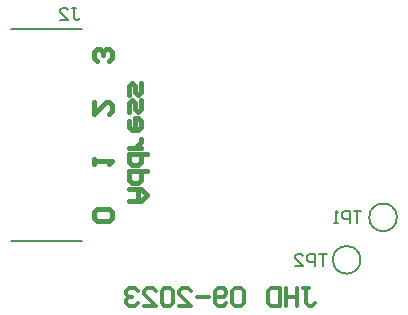
<source format=gbo>
G04*
G04 #@! TF.GenerationSoftware,Altium Limited,Altium Designer,23.8.1 (32)*
G04*
G04 Layer_Color=32896*
%FSLAX44Y44*%
%MOMM*%
G71*
G04*
G04 #@! TF.SameCoordinates,1253C11B-B4F6-43D5-8584-102BFB41548A*
G04*
G04*
G04 #@! TF.FilePolarity,Positive*
G04*
G01*
G75*
%ADD12C,0.2000*%
%ADD15C,0.3000*%
%ADD133C,0.4000*%
D12*
X201359Y183100D02*
G03*
X201359Y183100I-11709J0D01*
G01*
X232200Y219093D02*
G03*
X232200Y219093I-11709J0D01*
G01*
X-94614Y378896D02*
X-34614D01*
X-94614Y198896D02*
X-34614D01*
X-43141Y396111D02*
X-39808D01*
X-41474D01*
Y387781D01*
X-39808Y386115D01*
X-38142D01*
X-36476Y387781D01*
X-53137Y386115D02*
X-46473D01*
X-53137Y392779D01*
Y394445D01*
X-51471Y396111D01*
X-48139D01*
X-46473Y394445D01*
X172979Y188098D02*
X166315D01*
X169647D01*
Y178102D01*
X162982D02*
Y188098D01*
X157984D01*
X156318Y186432D01*
Y183100D01*
X157984Y181434D01*
X162982D01*
X146321Y178102D02*
X152985D01*
X146321Y184766D01*
Y186432D01*
X147987Y188098D01*
X151319D01*
X152985Y186432D01*
X202154Y224092D02*
X195490D01*
X198822D01*
Y214095D01*
X192157D02*
Y224092D01*
X187159D01*
X185493Y222425D01*
Y219093D01*
X187159Y217427D01*
X192157D01*
X182160Y214095D02*
X178828D01*
X180494D01*
Y224092D01*
X182160Y222425D01*
D15*
X152890Y159273D02*
X157888D01*
X155389D01*
Y146777D01*
X157888Y144278D01*
X160387D01*
X162887Y146777D01*
X147891Y159273D02*
Y144278D01*
Y151776D01*
X137895D01*
Y159273D01*
Y144278D01*
X132896Y159273D02*
Y144278D01*
X125399D01*
X122899Y146777D01*
Y156774D01*
X125399Y159273D01*
X132896D01*
X102906Y156774D02*
X100407Y159273D01*
X95408D01*
X92909Y156774D01*
Y146777D01*
X95408Y144278D01*
X100407D01*
X102906Y146777D01*
Y156774D01*
X87911Y146777D02*
X85412Y144278D01*
X80413D01*
X77914Y146777D01*
Y156774D01*
X80413Y159273D01*
X85412D01*
X87911Y156774D01*
Y154275D01*
X85412Y151776D01*
X77914D01*
X72916D02*
X62919D01*
X47924Y144278D02*
X57920D01*
X47924Y154275D01*
Y156774D01*
X50423Y159273D01*
X55421D01*
X57920Y156774D01*
X42925D02*
X40426Y159273D01*
X35428D01*
X32929Y156774D01*
Y146777D01*
X35428Y144278D01*
X40426D01*
X42925Y146777D01*
Y156774D01*
X17933Y144278D02*
X27930D01*
X17933Y154275D01*
Y156774D01*
X20433Y159273D01*
X25431D01*
X27930Y156774D01*
X12935D02*
X10436Y159273D01*
X5437D01*
X2938Y156774D01*
Y154275D01*
X5437Y151776D01*
X7937D01*
X5437D01*
X2938Y149276D01*
Y146777D01*
X5437Y144278D01*
X10436D01*
X12935Y146777D01*
D133*
X-11618Y351398D02*
X-9118Y353897D01*
Y358895D01*
X-11618Y361395D01*
X-14117D01*
X-16616Y358895D01*
Y356396D01*
Y358895D01*
X-19115Y361395D01*
X-21614D01*
X-24114Y358895D01*
Y353897D01*
X-21614Y351398D01*
X5650Y233100D02*
X15647D01*
X20645Y238098D01*
X15647Y243097D01*
X5650D01*
X13148D01*
Y233100D01*
X20645Y258092D02*
X5650D01*
Y250594D01*
X8149Y248095D01*
X13148D01*
X15647Y250594D01*
Y258092D01*
X20645Y273087D02*
X5650D01*
Y265589D01*
X8149Y263090D01*
X13148D01*
X15647Y265589D01*
Y273087D01*
Y278085D02*
X5650D01*
X10648D01*
X13148Y280585D01*
X15647Y283084D01*
Y285583D01*
X5650Y300578D02*
Y295580D01*
X8149Y293081D01*
X13148D01*
X15647Y295580D01*
Y300578D01*
X13148Y303077D01*
X10648D01*
Y293081D01*
X5650Y308076D02*
Y315573D01*
X8149Y318072D01*
X10648Y315573D01*
Y310575D01*
X13148Y308076D01*
X15647Y310575D01*
Y318072D01*
X5650Y323071D02*
Y330568D01*
X8149Y333068D01*
X10648Y330568D01*
Y325570D01*
X13148Y323071D01*
X15647Y325570D01*
Y333068D01*
X-11618Y216398D02*
X-9118Y218897D01*
Y223895D01*
X-11618Y226395D01*
X-21614D01*
X-24114Y223895D01*
Y218897D01*
X-21614Y216398D01*
X-11618D01*
X-24114Y316395D02*
Y306398D01*
X-14117Y316395D01*
X-11618D01*
X-9118Y313895D01*
Y308897D01*
X-11618Y306398D01*
X-24114Y263897D02*
Y268895D01*
Y266396D01*
X-9118D01*
X-11618Y263897D01*
M02*

</source>
